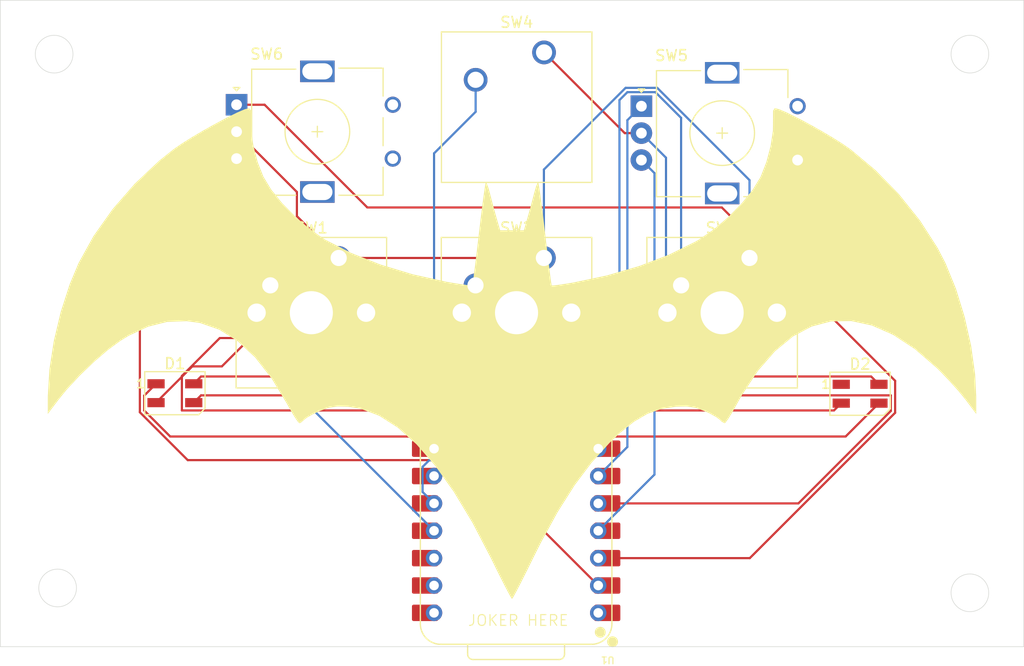
<source format=kicad_pcb>
(kicad_pcb (version 20241229) (generator "pcbnew") (generator_version "9.0")
  (layers (0 "F.Cu" signal) (2 "B.Cu" signal) (13 "F.Paste" user) (15 "B.Paste" user) (5 "F.SilkS" user "F.Silkscreen") (7 "B.SilkS" user "B.Silkscreen") (1 "F.Mask" user) (3 "B.Mask" user) (25 "Edge.Cuts" user))
  (net 0 "")
  (net 1 "GND")
  (net 2 "+5V")
  (net 3 "Net-(D1-DOUT)")
  (net 4 "Net-(D1-DIN)")
  (net 6 "Net-(U1-GPIO3{slash}MOSI)")
  (net 7 "Net-(U1-GPIO4{slash}MISO)")
  (net 8 "Net-(U1-GPIO2{slash}SCK)")
  (net 9 "Net-(U1-GPIO1{slash}RX)")
  (net 15 "Net-(U1-GPIO28{slash}ADC2{slash}A2)")
  (net 16 "Net-(U1-GPIO7{slash}SCL)")
  (net 17 "Net-(U1-GPIO29{slash}ADC3{slash}A3)")
  (net 18 "Net-(U1-GPIO27{slash}ADC1{slash}A1)")
  (footprint "LED_SMD:LED_SK6812MINI_PLCC4_3.5x3.5mm_P1.75mm" (layer "F.Cu") (at 79.80875 36.521875)
    (property "Reference" "D2" (at 0 -2.75 0) (layer "F.SilkS"))
    (property "Value" "SK6812MINI")
    (fp_line (start -2.8 -2) (end -2.8 2) (stroke (width 0.12)) (layer "F.SilkS"))
    (fp_line (start -2.8 -2) (end 2.8 -2) (stroke (width 0.12)) (layer "F.SilkS"))
    (fp_line (start -2.8 2) (end 2.2 2) (stroke (width 0.12)) (layer "F.SilkS"))
    (fp_line (start 2.8 1.4) (end 2.2 2) (stroke (width 0.12)) (layer "F.SilkS"))
    (fp_line (start 2.8 1.4) (end 2.8 -2) (stroke (width 0.12)) (layer "F.SilkS"))
    (fp_text user "1" (at -3.2 -0.875 0) (layer "F.SilkS") (effects (font (size 0.8 0.8))))
    (pad "1" smd rect (at -1.75 -0.875) (size 1.6 0.85) (layers "F.Cu" "F.Mask" "F.Paste"))
    (pad "2" smd rect (at -1.75 0.875) (size 1.6 0.85) (layers "F.Cu" "F.Mask" "F.Paste") (net 1 "GND"))
    (pad "3" smd rect (at 1.75 0.875) (size 1.6 0.85) (layers "F.Cu" "F.Mask" "F.Paste") (net 3 "Net-(D1-DOUT)"))
    (pad "4" smd rect (at 1.75 -0.875) (size 1.6 0.85) (layers "F.Cu" "F.Mask" "F.Paste") (net 2 "+5V"))
  )
  (footprint "Button_Switch_Keyboard:SW_Cherry_MX_1.00u_PCB" (layer "F.Cu") (at 50.47375 4.841875)
    (property "Reference" "SW4" (at -2.54 -2.794 0) (layer "F.SilkS"))
    (property "Value" "SW_Push")
    (fp_line (start -9.525 -1.905) (end 4.445 -1.905) (stroke (width 0.12)) (layer "F.SilkS"))
    (fp_line (start -9.525 12.065) (end -9.525 -1.905) (stroke (width 0.12)) (layer "F.SilkS"))
    (fp_line (start 4.445 -1.905) (end 4.445 12.065) (stroke (width 0.12)) (layer "F.SilkS"))
    (fp_line (start 4.445 12.065) (end -9.525 12.065) (stroke (width 0.12)) (layer "F.SilkS"))
    (pad "" np_thru_hole circle (at -7.62 5.08) (size 1.7 1.7) (drill 1.7) (layers "*.Cu" "*.Mask"))
    (pad "" np_thru_hole circle (at -2.54 5.08) (size 4 4) (drill 4) (layers "*.Cu" "*.Mask"))
    (pad "" np_thru_hole circle (at 2.54 5.08) (size 1.7 1.7) (drill 1.7) (layers "*.Cu" "*.Mask"))
    (pad "1" thru_hole circle (at 0 0) (size 2.2 2.2) (drill 1.5) (layers "*.Cu" "*.Mask") (net 1 "GND"))
    (pad "2" thru_hole circle (at -6.35 2.54) (size 2.2 2.2) (drill 1.5) (layers "*.Cu" "*.Mask") (net 9 "Net-(U1-GPIO1{slash}RX)"))
  )
  (footprint "LED_SMD:LED_SK6812MINI_PLCC4_3.5x3.5mm_P1.75mm" (layer "F.Cu") (at 16.20875 36.471875)
    (property "Reference" "D1" (at 0 -2.75 0) (layer "F.SilkS"))
    (property "Value" "SK6812MINI")
    (fp_line (start -2.8 -2) (end -2.8 2) (stroke (width 0.12)) (layer "F.SilkS"))
    (fp_line (start -2.8 -2) (end 2.8 -2) (stroke (width 0.12)) (layer "F.SilkS"))
    (fp_line (start -2.8 2) (end 2.2 2) (stroke (width 0.12)) (layer "F.SilkS"))
    (fp_line (start 2.8 1.4) (end 2.2 2) (stroke (width 0.12)) (layer "F.SilkS"))
    (fp_line (start 2.8 1.4) (end 2.8 -2) (stroke (width 0.12)) (layer "F.SilkS"))
    (fp_text user "1" (at -3.2 -0.875 0) (layer "F.SilkS") (effects (font (size 0.8 0.8))))
    (pad "1" smd rect (at -1.75 -0.875) (size 1.6 0.85) (layers "F.Cu" "F.Mask" "F.Paste") (net 3 "Net-(D1-DOUT)"))
    (pad "2" smd rect (at -1.75 0.875) (size 1.6 0.85) (layers "F.Cu" "F.Mask" "F.Paste") (net 1 "GND"))
    (pad "3" smd rect (at 1.75 0.875) (size 1.6 0.85) (layers "F.Cu" "F.Mask" "F.Paste") (net 4 "Net-(D1-DIN)"))
    (pad "4" smd rect (at 1.75 -0.875) (size 1.6 0.85) (layers "F.Cu" "F.Mask" "F.Paste") (net 2 "+5V"))
  )
  (footprint "Button_Switch_Keyboard:SW_Cherry_MX_1.00u_PCB" (layer "F.Cu") (at 50.46 23.92)
    (property "Reference" "SW2" (at -2.54 -2.794 0) (layer "F.SilkS"))
    (property "Value" "SW_Push")
    (fp_line (start -9.525 -1.905) (end 4.445 -1.905) (stroke (width 0.12)) (layer "F.SilkS"))
    (fp_line (start -9.525 12.065) (end -9.525 -1.905) (stroke (width 0.12)) (layer "F.SilkS"))
    (fp_line (start 4.445 -1.905) (end 4.445 12.065) (stroke (width 0.12)) (layer "F.SilkS"))
    (fp_line (start 4.445 12.065) (end -9.525 12.065) (stroke (width 0.12)) (layer "F.SilkS"))
    (pad "" np_thru_hole circle (at -7.62 5.08) (size 1.7 1.7) (drill 1.7) (layers "*.Cu" "*.Mask"))
    (pad "" np_thru_hole circle (at -2.54 5.08) (size 4 4) (drill 4) (layers "*.Cu" "*.Mask"))
    (pad "" np_thru_hole circle (at 2.54 5.08) (size 1.7 1.7) (drill 1.7) (layers "*.Cu" "*.Mask"))
    (pad "1" thru_hole circle (at 0 0) (size 2.2 2.2) (drill 1.5) (layers "*.Cu" "*.Mask") (net 1 "GND"))
    (pad "2" thru_hole circle (at -6.35 2.54) (size 2.2 2.2) (drill 1.5) (layers "*.Cu" "*.Mask") (net 7 "Net-(U1-GPIO4{slash}MISO)"))
  )
  (footprint "Rotary_Encoder:RotaryEncoder_Alps_EC11E_Vertical_H20mm" (layer "F.Cu") (at 21.93375 9.696875)
    (property "Reference" "SW6" (at 2.8 -4.7 0) (layer "F.SilkS"))
    (property "Value" "RotaryEncoder")
    (fp_line (start -0.3 -1.6) (end 0.3 -1.6) (stroke (width 0.12)) (layer "F.SilkS"))
    (fp_line (start 0 -1.3) (end -0.3 -1.6) (stroke (width 0.12)) (layer "F.SilkS"))
    (fp_line (start 0.3 -1.6) (end 0 -1.3) (stroke (width 0.12)) (layer "F.SilkS"))
    (fp_line (start 1.4 -3.3) (end 1.4 8.4) (stroke (width 0.12)) (layer "F.SilkS"))
    (fp_line (start 5.5 -3.3) (end 1.4 -3.3) (stroke (width 0.12)) (layer "F.SilkS"))
    (fp_line (start 5.5 8.4) (end 1.4 8.4) (stroke (width 0.12)) (layer "F.SilkS"))
    (fp_line (start 7 2.5) (end 8 2.5) (stroke (width 0.12)) (layer "F.SilkS"))
    (fp_line (start 7.5 2) (end 7.5 3) (stroke (width 0.12)) (layer "F.SilkS"))
    (fp_line (start 9.5 -3.4) (end 13.6 -3.4) (stroke (width 0.12)) (layer "F.SilkS"))
    (fp_line (start 13.6 -3.4) (end 13.6 -0.8) (stroke (width 0.12)) (layer "F.SilkS"))
    (fp_line (start 13.6 1.2) (end 13.6 3.8) (stroke (width 0.12)) (layer "F.SilkS"))
    (fp_line (start 13.6 5.8) (end 13.6 8.4) (stroke (width 0.12)) (layer "F.SilkS"))
    (fp_line (start 13.6 8.4) (end 9.5 8.4) (stroke (width 0.12)) (layer "F.SilkS"))
    (fp_circle (center 7.5 2.5) (end 10.5 2.5) (stroke (width 0.12)) (fill no) (layer "F.SilkS"))
    (pad "" thru_hole circle (at 14.5 0) (size 1.5 1.5) (drill 1) (layers "*.Cu" "*.Mask"))
    (pad "" thru_hole circle (at 14.5 5) (size 1.5 1.5) (drill 1) (layers "*.Cu" "*.Mask"))
    (pad "A" thru_hole rect (at 0 0) (size 2 2) (drill 1) (layers "*.Cu" "*.Mask") (net 15 "Net-(U1-GPIO28{slash}ADC2{slash}A2)"))
    (pad "B" thru_hole circle (at 0 5) (size 2 2) (drill 1) (layers "*.Cu" "*.Mask") (net 18 "Net-(U1-GPIO27{slash}ADC1{slash}A1)"))
    (pad "C" thru_hole circle (at 0 2.5) (size 2 2) (drill 1) (layers "*.Cu" "*.Mask") (net 1 "GND"))
    (pad "MP" thru_hole rect (at 7.5 -3.1) (size 3.2 2) (drill oval 2.8 1.5) (layers "*.Cu" "*.Mask"))
    (pad "MP" thru_hole rect (at 7.5 8.1) (size 3.2 2) (drill oval 2.8 1.5) (layers "*.Cu" "*.Mask"))
  )
  (footprint "Rotary_Encoder:RotaryEncoder_Alps_EC11E_Vertical_H20mm" (layer "F.Cu") (at 59.50875 9.83125)
    (property "Reference" "SW5" (at 2.8 -4.7 0) (layer "F.SilkS"))
    (property "Value" "RotaryEncoder")
    (fp_line (start -0.3 -1.6) (end 0.3 -1.6) (stroke (width 0.12)) (layer "F.SilkS"))
    (fp_line (start 0 -1.3) (end -0.3 -1.6) (stroke (width 0.12)) (layer "F.SilkS"))
    (fp_line (start 0.3 -1.6) (end 0 -1.3) (stroke (width 0.12)) (layer "F.SilkS"))
    (fp_line (start 1.4 -3.3) (end 1.4 8.4) (stroke (width 0.12)) (layer "F.SilkS"))
    (fp_line (start 5.5 -3.3) (end 1.4 -3.3) (stroke (width 0.12)) (layer "F.SilkS"))
    (fp_line (start 5.5 8.4) (end 1.4 8.4) (stroke (width 0.12)) (layer "F.SilkS"))
    (fp_line (start 7 2.5) (end 8 2.5) (stroke (width 0.12)) (layer "F.SilkS"))
    (fp_line (start 7.5 2) (end 7.5 3) (stroke (width 0.12)) (layer "F.SilkS"))
    (fp_line (start 9.5 -3.4) (end 13.6 -3.4) (stroke (width 0.12)) (layer "F.SilkS"))
    (fp_line (start 13.6 -3.4) (end 13.6 -0.8) (stroke (width 0.12)) (layer "F.SilkS"))
    (fp_line (start 13.6 1.2) (end 13.6 3.8) (stroke (width 0.12)) (layer "F.SilkS"))
    (fp_line (start 13.6 5.8) (end 13.6 8.4) (stroke (width 0.12)) (layer "F.SilkS"))
    (fp_line (start 13.6 8.4) (end 9.5 8.4) (stroke (width 0.12)) (layer "F.SilkS"))
    (fp_circle (center 7.5 2.5) (end 10.5 2.5) (stroke (width 0.12)) (fill no) (layer "F.SilkS"))
    (pad "" thru_hole circle (at 14.5 0) (size 1.5 1.5) (drill 1) (layers "*.Cu" "*.Mask"))
    (pad "" thru_hole circle (at 14.5 5) (size 1.5 1.5) (drill 1) (layers "*.Cu" "*.Mask"))
    (pad "A" thru_hole rect (at 0 0) (size 2 2) (drill 1) (layers "*.Cu" "*.Mask") (net 16 "Net-(U1-GPIO7{slash}SCL)"))
    (pad "B" thru_hole circle (at 0 5) (size 2 2) (drill 1) (layers "*.Cu" "*.Mask") (net 17 "Net-(U1-GPIO29{slash}ADC3{slash}A3)"))
    (pad "C" thru_hole circle (at 0 2.5) (size 2 2) (drill 1) (layers "*.Cu" "*.Mask") (net 1 "GND"))
    (pad "MP" thru_hole rect (at 7.5 -3.1) (size 3.2 2) (drill oval 2.8 1.5) (layers "*.Cu" "*.Mask"))
    (pad "MP" thru_hole rect (at 7.5 8.1) (size 3.2 2) (drill oval 2.8 1.5) (layers "*.Cu" "*.Mask"))
  )
  (footprint "LOGO" (layer "F.Cu") (at 47.5 32.800625)
    (property "Reference" "G***" (at -0.08 0 0) (layer "F.SilkS") (effects (font (size 1.5 1.5) (thickness 0.3))))
    (property "Value" "LOGO" (hide yes))
    (fp_poly (pts (xy 24.822457 -22.679043) (xy 25.533725 -22.370686) (xy 26.461739 -21.912506) (xy 27.522762 -21.350116) (xy 28.633058 -20.729128) (xy 29.708891 -20.095154) (xy 30.666524 -19.493808) (xy 31.409821 -18.979958) (xy 33.756109 -17.018315) (xy 35.939762 -14.77521) (xy 37.880416 -12.346931) (xy 39.497706 -9.829768) (xy 40.240738 -8.399168) (xy 41.211315 -6.026531) (xy 42.01579 -3.416142) (xy 42.619438 -0.718718) (xy 42.98753 1.915023) (xy 43.089285 3.963629) (xy 43.089285 5.601192) (xy 42.090226 4.274703) (xy 41.462968 3.506086) (xy 40.641705 2.587185) (xy 39.767426 1.673505) (xy 39.425494 1.335649) (xy 37.381979 -0.430596) (xy 35.37218 -1.745327) (xy 33.40309 -2.609813) (xy 31.481698 -3.025324) (xy 29.614996 -2.993127) (xy 27.809974 -2.514493) (xy 26.073623 -1.59069) (xy 24.412934 -0.222988) (xy 22.834898 1.587344) (xy 21.346507 3.839037) (xy 20.861647 4.705804) (xy 20.420827 5.491213) (xy 20.04544 6.095532) (xy 19.793936 6.427303) (xy 19.738425 6.463393) (xy 19.457022 6.309655) (xy 19.297413 6.14807) (xy 18.95085 5.885994) (xy 18.339979 5.549604) (xy 17.860761 5.327294) (xy 17.024499 5.026097) (xy 16.229425 4.904034) (xy 15.238164 4.925454) (xy 15.202177 4.927993) (xy 13.844897 5.13605) (xy 12.579472 5.585223) (xy 11.32411 6.320072) (xy 9.997021 7.385154) (xy 9.05736 8.275497) (xy 7.410086 10.09018) (xy 5.813315 12.218773) (xy 4.240511 14.70132) (xy 2.665141 17.577866) (xy 1.961632 18.98421) (xy 1.373631 20.177939) (xy 0.850589 21.217299) (xy 0.425397 22.038751) (xy 0.130945 22.578756) (xy 0.000124 22.773775) (xy -0.000001 22.773777) (xy -0.130229 22.58) (xy -0.424196 22.041027) (xy -0.849011 21.220398) (xy -1.371785 20.181651) (xy -1.959626 18.988326) (xy -1.961634 18.98421) (xy -3.676107 15.694575) (xy -5.399705 12.83542) (xy -7.129194 10.410177) (xy -8.861342 8.422278) (xy -10.592915 6.875155) (xy -12.320679 5.772241) (xy -14.041403 5.116966) (xy -15.203171 4.929013) (xy -16.202285 4.902943) (xy -16.997807 5.019031) (xy -17.827014 5.312838) (xy -17.860762 5.327294) (xy -18.560261 5.662846) (xy -19.101697 5.984781) (xy -19.297415 6.14807) (xy -19.609316 6.418544) (xy -19.738427 6.463393) (xy -19.918677 6.276965) (xy -20.247948 5.778655) (xy -20.667789 5.05992) (xy -20.861648 4.705804) (xy -22.310651 2.30824) (xy -23.843986 0.355562) (xy -25.462869 -1.153235) (xy -27.168514 -2.219156) (xy -28.962136 -2.843207) (xy -30.191939 -3.013347) (xy -32.012996 -2.944434) (xy -33.785678 -2.498756) (xy -35.587932 -1.653303) (xy -36.328905 -1.201695) (xy -37.510025 -0.337697) (xy -38.819463 0.785403) (xy -40.133254 2.049771) (xy -41.327434 3.337574) (xy -42.090227 4.274703) (xy -43.089286 5.601192) (xy -43.089286 3.963629) (xy -42.945379 1.499367) (xy -42.53681 -1.154903) (xy -41.898306 -3.848463) (xy -41.064593 -6.430597) (xy -40.240739 -8.399168) (xy -38.842577 -10.92395) (xy -37.075468 -13.414461) (xy -35.019778 -15.774415) (xy -32.755871 -17.90752) (xy -31.409822 -18.979958) (xy -30.649338 -19.505047) (xy -29.688567 -20.107477) (xy -28.611247 -20.741635) (xy -27.501113 -21.361909) (xy -26.441902 -21.922687) (xy -25.517349 -22.378356) (xy -24.811191 -22.683303) (xy -24.411671 -22.791964) (xy -24.234511 -22.581588) (xy -24.22079 -21.956597) (xy -24.227012 -21.886825) (xy -24.212383 -20.669221) (xy -23.991404 -19.239451) (xy -23.600107 -17.768723) (xy -23.081051 -16.441964) (xy -22.366652 -15.255098) (xy -21.340891 -13.977594) (xy -20.103286 -12.710924) (xy -18.753353 -11.55656) (xy -17.390609 -10.615973) (xy -17.334722 -10.582744) (xy -14.949211 -9.356559) (xy -12.217882 -8.275177) (xy -9.234216 -7.370518) (xy -6.091695 -6.674504) (xy -5.671999 -6.60026) (xy -4.798353 -6.457913) (xy -4.116522 -6.361277) (xy -3.73256 -6.324771) (xy -3.686118 -6.330251) (xy -3.643236 -6.563262) (xy -3.557979 -7.179779) (xy -3.438862 -8.112601) (xy -3.294398 -9.294528) (xy -3.133103 -10.658358) (xy -3.082905 -11.091203) (xy -2.915906 -12.500102) (xy -2.759415 -13.75053) (xy -2.622634 -14.774381) (xy -2.514769 -15.503551) (xy -2.445024 -15.869934) (xy -2.433163 -15.898683) (xy -2.323653 -15.764663) (xy -2.160952 -15.304611) (xy -2.056302 -14.919848) (xy -1.823274 -14.020217) (xy -1.550701 -13.019796) (xy -1.444135 -12.643304) (xy -1.101744 -11.452679) (xy -0.000001 -11.452679) (xy 1.101743 -11.452679) (xy 1.444134 -12.643304) (xy 1.706184 -13.584783) (xy 1.967135 -14.568447) (xy 2.056301 -14.919848) (xy 2.229336 -15.519695) (xy 2.376215 -15.863724) (xy 2.433162 -15.898683) (xy 2.490021 -15.651246) (xy 2.587692 -15.021108) (xy 2.71697 -14.076376) (xy 2.86865 -12.885153) (xy 3.033529 -11.515545) (xy 3.082903 -11.091203) (xy 3.247576 -9.686057) (xy 3.397961 -8.442734) (xy 3.525544 -7.428434) (xy 3.621812 -6.710359) (xy 3.678248 -6.35571) (xy 3.686117 -6.330251) (xy 3.921025 -6.338628) (xy 4.496281 -6.412911) (xy 5.30583 -6.53868) (xy 5.671997 -6.60026) (xy 8.82844 -7.266492) (xy 11.838308 -8.145563) (xy 14.60812 -9.205551) (xy 17.044394 -10.414535) (xy 17.334721 -10.582744) (xy 18.69583 -11.512161) (xy 20.048296 -12.659607) (xy 21.292604 -13.923609) (xy 22.329236 -15.202695) (xy 23.058675 -16.395394) (xy 23.08105 -16.441964) (xy 23.60532 -17.784859) (xy 23.994902 -19.256078) (xy 24.213761 -20.684414) (xy 24.227011 -21.886825) (xy 24.227168 -22.545601) (xy 24.390919 -22.790524) (xy 24.41167 -22.791964)) (fill yes) (layer "F.SilkS"))
  )
  (footprint "Button_Switch_Keyboard:SW_Cherry_MX_1.00u_PCB" (layer "F.Cu") (at 69.54375 23.92)
    (property "Reference" "SW3" (at -2.54 -2.794 0) (layer "F.SilkS"))
    (property "Value" "SW_Push")
    (fp_line (start -9.525 -1.905) (end 4.445 -1.905) (stroke (width 0.12)) (layer "F.SilkS"))
    (fp_line (start -9.525 12.065) (end -9.525 -1.905) (stroke (width 0.12)) (layer "F.SilkS"))
    (fp_line (start 4.445 -1.905) (end 4.445 12.065) (stroke (width 0.12)) (layer "F.SilkS"))
    (fp_line (start 4.445 12.065) (end -9.525 12.065) (stroke (width 0.12)) (layer "F.SilkS"))
    (pad "" np_thru_hole circle (at -7.62 5.08) (size 1.7 1.7) (drill 1.7) (layers "*.Cu" "*.Mask"))
    (pad "" np_thru_hole circle (at -2.54 5.08) (size 4 4) (drill 4) (layers "*.Cu" "*.Mask"))
    (pad "" np_thru_hole circle (at 2.54 5.08) (size 1.7 1.7) (drill 1.7) (layers "*.Cu" "*.Mask"))
    (pad "1" thru_hole circle (at 0 0) (size 2.2 2.2) (drill 1.5) (layers "*.Cu" "*.Mask") (net 1 "GND"))
    (pad "2" thru_hole circle (at -6.35 2.54) (size 2.2 2.2) (drill 1.5) (layers "*.Cu" "*.Mask") (net 8 "Net-(U1-GPIO2{slash}SCK)"))
  )
  (footprint "Button_Switch_Keyboard:SW_Cherry_MX_1.00u_PCB" (layer "F.Cu") (at 31.41375 23.92)
    (property "Reference" "SW1" (at -2.54 -2.794 0) (layer "F.SilkS"))
    (property "Value" "SW_Push")
    (fp_line (start -9.525 -1.905) (end 4.445 -1.905) (stroke (width 0.12)) (layer "F.SilkS"))
    (fp_line (start -9.525 12.065) (end -9.525 -1.905) (stroke (width 0.12)) (layer "F.SilkS"))
    (fp_line (start 4.445 -1.905) (end 4.445 12.065) (stroke (width 0.12)) (layer "F.SilkS"))
    (fp_line (start 4.445 12.065) (end -9.525 12.065) (stroke (width 0.12)) (layer "F.SilkS"))
    (pad "" np_thru_hole circle (at -7.62 5.08) (size 1.7 1.7) (drill 1.7) (layers "*.Cu" "*.Mask"))
    (pad "" np_thru_hole circle (at -2.54 5.08) (size 4 4) (drill 4) (layers "*.Cu" "*.Mask"))
    (pad "" np_thru_hole circle (at 2.54 5.08) (size 1.7 1.7) (drill 1.7) (layers "*.Cu" "*.Mask"))
    (pad "1" thru_hole circle (at 0 0) (size 2.2 2.2) (drill 1.5) (layers "*.Cu" "*.Mask") (net 1 "GND"))
    (pad "2" thru_hole circle (at -6.35 2.54) (size 2.2 2.2) (drill 1.5) (layers "*.Cu" "*.Mask") (net 6 "Net-(U1-GPIO3{slash}MOSI)"))
  )
  (footprint "OPL:XIAO-RP2040-DIP" (layer "F.Cu") (at 47.882756 49.240625 180)
    (property "Reference" "U1" (at -8.5 -12 180) (layer "F.SilkS") (effects (font (size 0.635 0.635) (thickness 0.1016))))
    (property "Value" "XIAO-RP2040-DIP")
    (fp_line (start 8.89 8.509) (end 8.89 -8.636) (stroke (width 0.127)) (layer "F.SilkS"))
    (fp_line (start 6.985 -10.541) (end -6.985 -10.541) (stroke (width 0.1)) (layer "F.SilkS"))
    (fp_line (start 6.985 -10.541) (end -6.985 -10.541) (stroke (width 0.127)) (layer "F.SilkS"))
    (fp_line (start 4.504 -11.451) (end 4.504 -10.541) (stroke (width 0.127)) (layer "F.SilkS"))
    (fp_line (start -3.991272 -11.951) (end 4.004 -11.951) (stroke (width 0.127)) (layer "F.SilkS"))
    (fp_line (start -4.495 -10.541) (end -4.491272 -11.451272) (stroke (width 0.127)) (layer "F.SilkS"))
    (fp_line (start -6.985 10.414) (end 6.985 10.414) (stroke (width 0.127)) (layer "F.SilkS"))
    (fp_line (start -8.89 8.509) (end -8.89 -8.636) (stroke (width 0.127)) (layer "F.SilkS"))
    (fp_arc (start 8.89 8.509) (mid 8.332038 9.856038) (end 6.985 10.414) (stroke (width 0.127)) (layer "F.SilkS"))
    (fp_arc (start 6.985 -10.541) (mid 8.332038 -9.983038) (end 8.89 -8.636) (stroke (width 0.127)) (layer "F.SilkS"))
    (fp_arc (start 4.004 -11.951) (mid 4.357553 -11.804553) (end 4.504 -11.451) (stroke (width 0.127)) (layer "F.SilkS"))
    (fp_arc (start -4.491272 -11.451272) (mid -4.344728 -11.80464) (end -3.991272 -11.951) (stroke (width 0.127)) (layer "F.SilkS"))
    (fp_arc (start -6.985 10.414) (mid -8.332038 9.856038) (end -8.89 8.509) (stroke (width 0.127)) (layer "F.SilkS"))
    (fp_arc (start -8.89 -8.636) (mid -8.332038 -9.983038) (end -6.985 -10.541) (stroke (width 0.127)) (layer "F.SilkS"))
    (fp_circle (center -7.807 -9.42) (end -7.807 -9.674) (stroke (width 0.5)) (fill yes) (layer "F.SilkS"))
    (fp_circle (center -8.95 -10.3) (end -8.95 -10.554) (stroke (width 0.5)) (fill yes) (layer "F.SilkS"))
    (pad "1" smd roundrect (at -8.455 -7.62) (size 2.432 1.524) (layers "F.Cu" "F.Mask") (roundrect_rratio 0.1))
    (pad "1" thru_hole circle (at -7.62 -7.62) (size 1.524 1.524) (drill 0.889) (layers "*.Cu" "*.Mask"))
    (pad "2" smd roundrect (at -8.455 -5.08) (size 2.432 1.524) (layers "F.Cu" "F.Mask") (roundrect_rratio 0.1) (net 18 "Net-(U1-GPIO27{slash}ADC1{slash}A1)"))
    (pad "2" thru_hole circle (at -7.62 -5.08) (size 1.524 1.524) (drill 0.889) (layers "*.Cu" "*.Mask") (net 18 "Net-(U1-GPIO27{slash}ADC1{slash}A1)"))
    (pad "3" smd roundrect (at -8.455 -2.54) (size 2.432 1.524) (layers "F.Cu" "F.Mask") (roundrect_rratio 0.1) (net 15 "Net-(U1-GPIO28{slash}ADC2{slash}A2)"))
    (pad "3" thru_hole circle (at -7.62 -2.54) (size 1.524 1.524) (drill 0.889) (layers "*.Cu" "*.Mask") (net 15 "Net-(U1-GPIO28{slash}ADC2{slash}A2)"))
    (pad "4" smd roundrect (at -8.455 0) (size 2.432 1.524) (layers "F.Cu" "F.Mask") (roundrect_rratio 0.1) (net 17 "Net-(U1-GPIO29{slash}ADC3{slash}A3)"))
    (pad "4" thru_hole circle (at -7.62 0) (size 1.524 1.524) (drill 0.889) (layers "*.Cu" "*.Mask") (net 17 "Net-(U1-GPIO29{slash}ADC3{slash}A3)"))
    (pad "5" smd roundrect (at -8.455 2.54) (size 2.432 1.524) (layers "F.Cu" "F.Mask") (roundrect_rratio 0.1) (net 4 "Net-(D1-DIN)"))
    (pad "5" thru_hole circle (at -7.62 2.54) (size 1.524 1.524) (drill 0.889) (layers "*.Cu" "*.Mask") (net 4 "Net-(D1-DIN)"))
    (pad "6" smd roundrect (at -8.455 5.08) (size 2.432 1.524) (layers "F.Cu" "F.Mask") (roundrect_rratio 0.1) (net 16 "Net-(U1-GPIO7{slash}SCL)"))
    (pad "6" thru_hole circle (at -7.62 5.08) (size 1.524 1.524) (drill 0.889) (layers "*.Cu" "*.Mask") (net 16 "Net-(U1-GPIO7{slash}SCL)"))
    (pad "7" smd roundrect (at -8.455 7.62) (size 2.432 1.524) (layers "F.Cu" "F.Mask") (roundrect_rratio 0.1))
    (pad "7" thru_hole circle (at -7.62 7.62) (size 1.524 1.524) (drill 0.889) (layers "*.Cu" "*.Mask"))
    (pad "8" thru_hole circle (at 7.62 7.62 180) (size 1.524 1.524) (drill 0.889) (layers "*.Cu" "*.Mask") (net 9 "Net-(U1-GPIO1{slash}RX)"))
    (pad "8" smd roundrect (at 8.455 7.62 180) (size 2.432 1.524) (layers "F.Cu" "F.Mask") (roundrect_rratio 0.1) (net 9 "Net-(U1-GPIO1{slash}RX)"))
    (pad "9" thru_hole circle (at 7.62 5.08 180) (size 1.524 1.524) (drill 0.889) (layers "*.Cu" "*.Mask") (net 8 "Net-(U1-GPIO2{slash}SCK)"))
    (pad "9" smd roundrect (at 8.455 5.08 180) (size 2.432 1.524) (layers "F.Cu" "F.Mask") (roundrect_rratio 0.1) (net 8 "Net-(U1-GPIO2{slash}SCK)"))
    (pad "10" thru_hole circle (at 7.62 2.54 180) (size 1.524 1.524) (drill 0.889) (layers "*.Cu" "*.Mask") (net 7 "Net-(U1-GPIO4{slash}MISO)"))
    (pad "10" smd roundrect (at 8.455 2.54 180) (size 2.432 1.524) (layers "F.Cu" "F.Mask") (roundrect_rratio 0.1) (net 7 "Net-(U1-GPIO4{slash}MISO)"))
    (pad "11" thru_hole circle (at 7.62 0 180) (size 1.524 1.524) (drill 0.889) (layers "*.Cu" "*.Mask") (net 6 "Net-(U1-GPIO3{slash}MOSI)"))
    (pad "11" smd roundrect (at 8.455 0 180) (size 2.432 1.524) (layers "F.Cu" "F.Mask") (roundrect_rratio 0.1) (net 6 "Net-(U1-GPIO3{slash}MOSI)"))
    (pad "12" thru_hole circle (at 7.62 -2.54 180) (size 1.524 1.524) (drill 0.889) (layers "*.Cu" "*.Mask"))
    (pad "12" smd roundrect (at 8.455 -2.54 180) (size 2.432 1.524) (layers "F.Cu" "F.Mask") (roundrect_rratio 0.1))
    (pad "13" thru_hole circle (at 7.62 -5.08 180) (size 1.524 1.524) (drill 0.889) (layers "*.Cu" "*.Mask"))
    (pad "13" smd roundrect (at 8.455 -5.08 180) (size 2.432 1.524) (layers "F.Cu" "F.Mask") (roundrect_rratio 0.1))
    (pad "14" thru_hole circle (at 7.62 -7.62 180) (size 1.524 1.524) (drill 0.889) (layers "*.Cu" "*.Mask"))
    (pad "14" smd roundrect (at 8.455 -7.62 180) (size 2.432 1.524) (layers "F.Cu" "F.Mask") (roundrect_rratio 0.1))
  )
  (gr_circle (center 5.322756 54.550625) (end 7.072756 54.550625) (stroke (width 0.05)) (fill no) (layer "Edge.Cuts"))
  (gr_circle (center 90 55) (end 91.75 55) (stroke (width 0.05)) (fill no) (layer "Edge.Cuts"))
  (gr_circle (center 90 5) (end 91.75 5) (stroke (width 0.05)) (fill no) (layer "Edge.Cuts"))
  (gr_rect (start 0 0) (end 95 60) (stroke (width 0.05)) (fill no) (layer "Edge.Cuts"))
  (gr_circle (center 5 5) (end 6.75 5) (stroke (width 0.05)) (fill no) (layer "Edge.Cuts"))
  (gr_text "JOKER HERE" (at 43.342756 58.150625 -0) (layer "F.SilkS") (effects (font (size 1 1) (thickness 0.1)) (justify left bottom)))
  (segment (start 17.822939 33.982686) (end 20.566248 33.982686) (width 0.2) (layer "F.Cu") (net 1))
  (segment (start 16.85775 38.072875) (end 16.85775 34.870875) (width 0.2) (layer "F.Cu") (net 1))
  (segment (start 27.53275 20.039) (end 27.53275 17.795875) (width 0.2) (layer "F.Cu") (net 1))
  (segment (start 57.963125 12.33125) (end 59.50875 12.33125) (width 0.2) (layer "F.Cu") (net 1))
  (segment (start 78.05875 37.396875) (end 77.38275 38.072875) (width 0.2) (layer "F.Cu") (net 1))
  (segment (start 23.197934 31.351) (end 30.628934 23.92) (width 0.2) (layer "F.Cu") (net 1))
  (segment (start 31.41375 23.92) (end 27.53275 20.039) (width 0.2) (layer "F.Cu") (net 1))
  (segment (start 20.377625 31.351) (end 23.197934 31.351) (width 0.2) (layer "F.Cu") (net 1))
  (segment (start 30.628934 23.92) (end 31.41375 23.92) (width 0.2) (layer "F.Cu") (net 1))
  (segment (start 16.85775 34.870875) (end 20.377625 31.351) (width 0.2) (layer "F.Cu") (net 1))
  (segment (start 14.45875 37.346875) (end 17.822939 33.982686) (width 0.2) (layer "F.Cu") (net 1))
  (segment (start 20.566248 33.982686) (end 30.628934 23.92) (width 0.2) (layer "F.Cu") (net 1))
  (segment (start 77.38275 38.072875) (end 16.85775 38.072875) (width 0.2) (layer "F.Cu") (net 1))
  (segment (start 50.46 23.92) (end 31.41375 23.92) (width 0.2) (layer "F.Cu") (net 1))
  (segment (start 50.47375 4.841875) (end 57.963125 12.33125) (width 0.2) (layer "F.Cu") (net 1))
  (segment (start 27.53275 17.795875) (end 21.93375 12.196875) (width 0.2) (layer "F.Cu") (net 1))
  (segment (start 64.817934 27.861) (end 68.758934 23.92) (width 0.2) (layer "B.Cu") (net 1))
  (segment (start 61.79275 14.61525) (end 61.79275 27.040314) (width 0.2) (layer "B.Cu") (net 1))
  (segment (start 61.79275 27.040314) (end 62.613436 27.861) (width 0.2) (layer "B.Cu") (net 1))
  (segment (start 59.50875 12.33125) (end 61.79275 14.61525) (width 0.2) (layer "B.Cu") (net 1))
  (segment (start 58.04165 8.12925) (end 50.46 15.7109) (width 0.2) (layer "B.Cu") (net 1))
  (segment (start 69.54375 23.92) (end 69.54375 16.69715) (width 0.2) (layer "B.Cu") (net 1))
  (segment (start 50.46 15.7109) (end 50.46 23.92) (width 0.2) (layer "B.Cu") (net 1))
  (segment (start 60.97585 8.12925) (end 58.04165 8.12925) (width 0.2) (layer "B.Cu") (net 1))
  (segment (start 68.758934 23.92) (end 69.54375 23.92) (width 0.2) (layer "B.Cu") (net 1))
  (segment (start 62.613436 27.861) (end 64.817934 27.861) (width 0.2) (layer "B.Cu") (net 1))
  (segment (start 69.54375 16.69715) (end 60.97585 8.12925) (width 0.2) (layer "B.Cu") (net 1))
  (segment (start 17.95875 35.596875) (end 18.63475 34.920875) (width 0.2) (layer "F.Cu") (net 2))
  (segment (start 80.83275 34.920875) (end 81.55875 35.646875) (width 0.2) (layer "F.Cu") (net 2))
  (segment (start 18.63475 34.920875) (end 80.83275 34.920875) (width 0.2) (layer "F.Cu") (net 2))
  (segment (start 15.77675 40.491875) (end 13.35775 38.072875) (width 0.2) (layer "F.Cu") (net 3))
  (segment (start 13.35775 38.072875) (end 13.35775 36.697875) (width 0.2) (layer "F.Cu") (net 3))
  (segment (start 13.35775 36.697875) (end 14.45875 35.596875) (width 0.2) (layer "F.Cu") (net 3))
  (segment (start 78.46375 40.491875) (end 15.77675 40.491875) (width 0.2) (layer "F.Cu") (net 3))
  (segment (start 81.55875 37.396875) (end 78.46375 40.491875) (width 0.2) (layer "F.Cu") (net 3))
  (segment (start 18.63475 36.670875) (end 82.65975 36.670875) (width 0.2) (layer "F.Cu") (net 4))
  (segment (start 82.65975 36.670875) (end 82.65975 38.122875) (width 0.2) (layer "F.Cu") (net 4))
  (segment (start 74.082 46.700625) (end 55.50375 46.700625) (width 0.2) (layer "F.Cu") (net 4))
  (segment (start 82.65975 38.122875) (end 74.082 46.700625) (width 0.2) (layer "F.Cu") (net 4))
  (segment (start 17.95875 37.346875) (end 18.63475 36.670875) (width 0.2) (layer "F.Cu") (net 4))
  (segment (start 25.06375 34.040625) (end 25.06375 26.46) (width 0.2) (layer "B.Cu") (net 6))
  (segment (start 40.26375 49.240625) (end 25.06375 34.040625) (width 0.2) (layer "B.Cu") (net 6))
  (segment (start 39.82344 42.683625) (end 40.70406 42.683625) (width 0.2) (layer "B.Cu") (net 7))
  (segment (start 40.26375 46.700625) (end 39.20075 45.637625) (width 0.2) (layer "B.Cu") (net 7))
  (segment (start 40.70406 42.683625) (end 44.11 39.277685) (width 0.2) (layer "B.Cu") (net 7))
  (segment (start 39.20075 43.306315) (end 39.82344 42.683625) (width 0.2) (layer "B.Cu") (net 7))
  (segment (start 44.11 39.277685) (end 44.11 26.46) (width 0.2) (layer "B.Cu") (net 7))
  (segment (start 39.20075 45.637625) (end 39.20075 43.306315) (width 0.2) (layer "B.Cu") (net 7))
  (segment (start 40.26375 44.160625) (end 57.4725 26.951875) (width 0.2) (layer "B.Cu") (net 8))
  (segment (start 60.80975 8.53025) (end 63.19375 10.91425) (width 0.2) (layer "B.Cu") (net 8))
  (segment (start 57.4725 9.2655) (end 58.20775 8.53025) (width 0.2) (layer "B.Cu") (net 8))
  (segment (start 63.19375 10.91425) (end 63.19375 26.46) (width 0.2) (layer "B.Cu") (net 8))
  (segment (start 57.4725 26.951875) (end 57.4725 9.2655) (width 0.2) (layer "B.Cu") (net 8))
  (segment (start 58.20775 8.53025) (end 60.80975 8.53025) (width 0.2) (layer "B.Cu") (net 8))
  (segment (start 44.12375 10.350345) (end 44.12375 7.381875) (width 0.2) (layer "B.Cu") (net 9))
  (segment (start 40.26375 14.210345) (end 44.12375 10.350345) (width 0.2) (layer "B.Cu") (net 9))
  (segment (start 40.26375 41.620625) (end 40.26375 14.210345) (width 0.2) (layer "B.Cu") (net 9))
  (segment (start 56.28875 51.780625) (end 69.5691 51.780625) (width 0.2) (layer "F.Cu") (net 15))
  (segment (start 34.071125 19.23225) (end 24.53575 9.696875) (width 0.2) (layer "F.Cu") (net 15))
  (segment (start 83.06075 35.321875) (end 66.971125 19.23225) (width 0.2) (layer "F.Cu") (net 15))
  (segment (start 69.5691 51.780625) (end 83.06075 38.288975) (width 0.2) (layer "F.Cu") (net 15))
  (segment (start 24.53575 9.696875) (end 21.93375 9.696875) (width 0.2) (layer "F.Cu") (net 15))
  (segment (start 83.06075 38.288975) (end 83.06075 35.321875) (width 0.2) (layer "F.Cu") (net 15))
  (segment (start 66.971125 19.23225) (end 34.071125 19.23225) (width 0.2) (layer "F.Cu") (net 15))
  (segment (start 55.50375 44.160625) (end 58.20775 41.456625) (width 0.2) (layer "B.Cu") (net 16))
  (segment (start 58.20775 41.456625) (end 58.20775 11.13225) (width 0.2) (layer "B.Cu") (net 16))
  (segment (start 58.20775 11.13225) (end 59.50875 9.83125) (width 0.2) (layer "B.Cu") (net 16))
  (segment (start 60.72275 44.021625) (end 60.72275 16.04525) (width 0.2) (layer "B.Cu") (net 17))
  (segment (start 55.50375 49.240625) (end 60.72275 44.021625) (width 0.2) (layer "B.Cu") (net 17))
  (segment (start 60.72275 16.04525) (end 59.50875 14.83125) (width 0.2) (layer "B.Cu") (net 17))
  (segment (start 55.502756 54.320625) (end 43.865756 42.683625) (width 0.2) (layer "F.Cu") (net 18))
  (segment (start 12.95675 23.673875) (end 21.93375 14.696875) (width 0.2) (layer "F.Cu") (net 18))
  (segment (start 12.95675 38.238975) (end 12.95675 23.673875) (width 0.2) (layer "F.Cu") (net 18))
  (segment (start 17.4014 42.683625) (end 12.95675 38.238975) (width 0.2) (layer "F.Cu") (net 18))
  (segment (start 43.865756 42.683625) (end 17.4014 42.683625) (width 0.2) (layer "F.Cu") (net 18))
)
</source>
